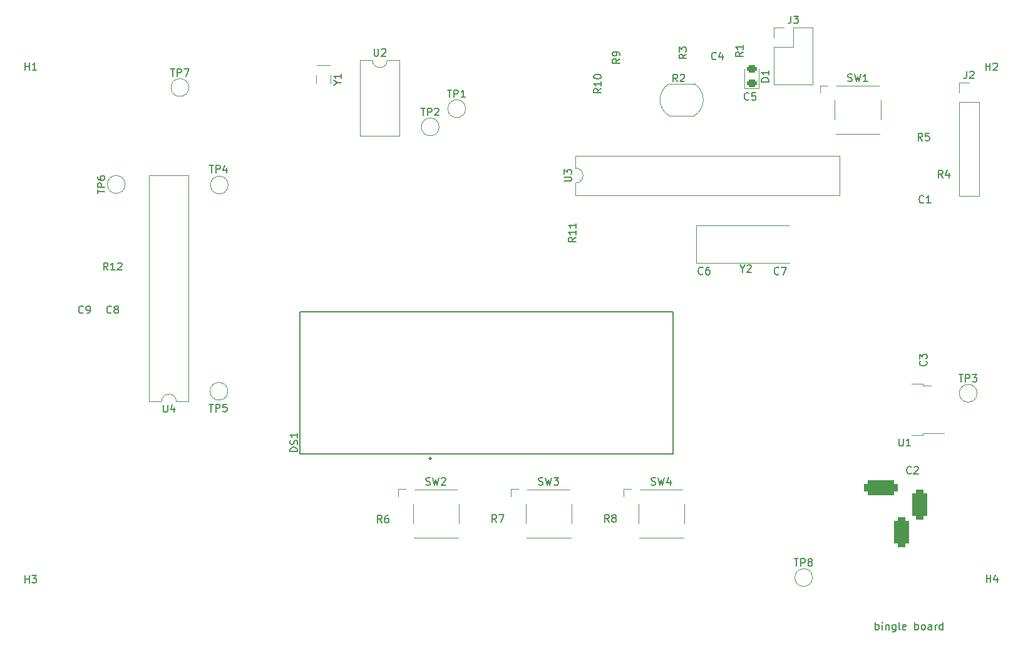
<source format=gbr>
%TF.GenerationSoftware,KiCad,Pcbnew,(6.0.5-0)*%
%TF.CreationDate,2022-07-24T16:22:49-05:00*%
%TF.ProjectId,hps_clock,6870735f-636c-46f6-936b-2e6b69636164,rev?*%
%TF.SameCoordinates,PX4c5bb48PY8abc9a0*%
%TF.FileFunction,Legend,Top*%
%TF.FilePolarity,Positive*%
%FSLAX46Y46*%
G04 Gerber Fmt 4.6, Leading zero omitted, Abs format (unit mm)*
G04 Created by KiCad (PCBNEW (6.0.5-0)) date 2022-07-24 16:22:49*
%MOMM*%
%LPD*%
G01*
G04 APERTURE LIST*
G04 Aperture macros list*
%AMRoundRect*
0 Rectangle with rounded corners*
0 $1 Rounding radius*
0 $2 $3 $4 $5 $6 $7 $8 $9 X,Y pos of 4 corners*
0 Add a 4 corners polygon primitive as box body*
4,1,4,$2,$3,$4,$5,$6,$7,$8,$9,$2,$3,0*
0 Add four circle primitives for the rounded corners*
1,1,$1+$1,$2,$3*
1,1,$1+$1,$4,$5*
1,1,$1+$1,$6,$7*
1,1,$1+$1,$8,$9*
0 Add four rect primitives between the rounded corners*
20,1,$1+$1,$2,$3,$4,$5,0*
20,1,$1+$1,$4,$5,$6,$7,0*
20,1,$1+$1,$6,$7,$8,$9,0*
20,1,$1+$1,$8,$9,$2,$3,0*%
G04 Aperture macros list end*
%ADD10C,0.150000*%
%ADD11C,0.120000*%
%ADD12C,0.250000*%
%ADD13C,3.200000*%
%ADD14R,1.400000X1.150000*%
%ADD15C,2.000000*%
%ADD16R,1.150000X1.400000*%
%ADD17R,4.500000X2.000000*%
%ADD18O,1.700000X1.700000*%
%ADD19R,1.700000X1.700000*%
%ADD20R,1.800000X1.000000*%
%ADD21R,1.600000X1.600000*%
%ADD22O,1.600000X1.600000*%
%ADD23R,1.600000X1.400000*%
%ADD24R,1.400000X1.400000*%
%ADD25C,1.400000*%
%ADD26RoundRect,0.243750X0.456250X-0.243750X0.456250X0.243750X-0.456250X0.243750X-0.456250X-0.243750X0*%
%ADD27R,2.200000X1.200000*%
%ADD28R,6.400000X5.800000*%
%ADD29C,1.600000*%
%ADD30R,3.000000X3.000000*%
%ADD31C,3.000000*%
%ADD32RoundRect,0.500000X1.750000X0.500000X-1.750000X0.500000X-1.750000X-0.500000X1.750000X-0.500000X0*%
%ADD33RoundRect,0.500000X-0.500000X1.500000X-0.500000X-1.500000X0.500000X-1.500000X0.500000X1.500000X0*%
G04 APERTURE END LIST*
D10*
X119219980Y4485420D02*
X119219980Y5485420D01*
X119219980Y5104467D02*
X119315219Y5152086D01*
X119505695Y5152086D01*
X119600933Y5104467D01*
X119648552Y5056848D01*
X119696171Y4961610D01*
X119696171Y4675896D01*
X119648552Y4580658D01*
X119600933Y4533039D01*
X119505695Y4485420D01*
X119315219Y4485420D01*
X119219980Y4533039D01*
X120124742Y4485420D02*
X120124742Y5152086D01*
X120124742Y5485420D02*
X120077123Y5437800D01*
X120124742Y5390181D01*
X120172361Y5437800D01*
X120124742Y5485420D01*
X120124742Y5390181D01*
X120600933Y5152086D02*
X120600933Y4485420D01*
X120600933Y5056848D02*
X120648552Y5104467D01*
X120743790Y5152086D01*
X120886647Y5152086D01*
X120981885Y5104467D01*
X121029504Y5009229D01*
X121029504Y4485420D01*
X121934266Y5152086D02*
X121934266Y4342562D01*
X121886647Y4247324D01*
X121839028Y4199705D01*
X121743790Y4152086D01*
X121600933Y4152086D01*
X121505695Y4199705D01*
X121934266Y4533039D02*
X121839028Y4485420D01*
X121648552Y4485420D01*
X121553314Y4533039D01*
X121505695Y4580658D01*
X121458076Y4675896D01*
X121458076Y4961610D01*
X121505695Y5056848D01*
X121553314Y5104467D01*
X121648552Y5152086D01*
X121839028Y5152086D01*
X121934266Y5104467D01*
X122553314Y4485420D02*
X122458076Y4533039D01*
X122410457Y4628277D01*
X122410457Y5485420D01*
X123315219Y4533039D02*
X123219980Y4485420D01*
X123029504Y4485420D01*
X122934266Y4533039D01*
X122886647Y4628277D01*
X122886647Y5009229D01*
X122934266Y5104467D01*
X123029504Y5152086D01*
X123219980Y5152086D01*
X123315219Y5104467D01*
X123362838Y5009229D01*
X123362838Y4913991D01*
X122886647Y4818753D01*
X124553314Y4485420D02*
X124553314Y5485420D01*
X124553314Y5104467D02*
X124648552Y5152086D01*
X124839028Y5152086D01*
X124934266Y5104467D01*
X124981885Y5056848D01*
X125029504Y4961610D01*
X125029504Y4675896D01*
X124981885Y4580658D01*
X124934266Y4533039D01*
X124839028Y4485420D01*
X124648552Y4485420D01*
X124553314Y4533039D01*
X125600933Y4485420D02*
X125505695Y4533039D01*
X125458076Y4580658D01*
X125410457Y4675896D01*
X125410457Y4961610D01*
X125458076Y5056848D01*
X125505695Y5104467D01*
X125600933Y5152086D01*
X125743790Y5152086D01*
X125839028Y5104467D01*
X125886647Y5056848D01*
X125934266Y4961610D01*
X125934266Y4675896D01*
X125886647Y4580658D01*
X125839028Y4533039D01*
X125743790Y4485420D01*
X125600933Y4485420D01*
X126791409Y4485420D02*
X126791409Y5009229D01*
X126743790Y5104467D01*
X126648552Y5152086D01*
X126458076Y5152086D01*
X126362838Y5104467D01*
X126791409Y4533039D02*
X126696171Y4485420D01*
X126458076Y4485420D01*
X126362838Y4533039D01*
X126315219Y4628277D01*
X126315219Y4723515D01*
X126362838Y4818753D01*
X126458076Y4866372D01*
X126696171Y4866372D01*
X126791409Y4913991D01*
X127267600Y4485420D02*
X127267600Y5152086D01*
X127267600Y4961610D02*
X127315219Y5056848D01*
X127362838Y5104467D01*
X127458076Y5152086D01*
X127553314Y5152086D01*
X128315219Y4485420D02*
X128315219Y5485420D01*
X128315219Y4533039D02*
X128219980Y4485420D01*
X128029504Y4485420D01*
X127934266Y4533039D01*
X127886647Y4580658D01*
X127839028Y4675896D01*
X127839028Y4961610D01*
X127886647Y5056848D01*
X127934266Y5104467D01*
X128029504Y5152086D01*
X128219980Y5152086D01*
X128315219Y5104467D01*
%TO.C,H4*%
X134207095Y10886220D02*
X134207095Y11886220D01*
X134207095Y11410029D02*
X134778523Y11410029D01*
X134778523Y10886220D02*
X134778523Y11886220D01*
X135683285Y11552886D02*
X135683285Y10886220D01*
X135445190Y11933839D02*
X135207095Y11219553D01*
X135826142Y11219553D01*
%TO.C,C5*%
X102087133Y76183258D02*
X102039514Y76135639D01*
X101896657Y76088020D01*
X101801419Y76088020D01*
X101658561Y76135639D01*
X101563323Y76230877D01*
X101515704Y76326115D01*
X101468085Y76516591D01*
X101468085Y76659448D01*
X101515704Y76849924D01*
X101563323Y76945162D01*
X101658561Y77040400D01*
X101801419Y77088020D01*
X101896657Y77088020D01*
X102039514Y77040400D01*
X102087133Y76992781D01*
X102991895Y77088020D02*
X102515704Y77088020D01*
X102468085Y76611829D01*
X102515704Y76659448D01*
X102610942Y76707067D01*
X102849038Y76707067D01*
X102944276Y76659448D01*
X102991895Y76611829D01*
X103039514Y76516591D01*
X103039514Y76278496D01*
X102991895Y76183258D01*
X102944276Y76135639D01*
X102849038Y76088020D01*
X102610942Y76088020D01*
X102515704Y76135639D01*
X102468085Y76183258D01*
%TO.C,TP4*%
X29109895Y67258220D02*
X29681323Y67258220D01*
X29395609Y66258220D02*
X29395609Y67258220D01*
X30014657Y66258220D02*
X30014657Y67258220D01*
X30395609Y67258220D01*
X30490847Y67210600D01*
X30538466Y67162981D01*
X30586085Y67067743D01*
X30586085Y66924886D01*
X30538466Y66829648D01*
X30490847Y66782029D01*
X30395609Y66734410D01*
X30014657Y66734410D01*
X31443228Y66924886D02*
X31443228Y66258220D01*
X31205133Y67305839D02*
X30967038Y66591553D01*
X31586085Y66591553D01*
%TO.C,R6*%
X52455533Y18937020D02*
X52122200Y19413210D01*
X51884104Y18937020D02*
X51884104Y19937020D01*
X52265057Y19937020D01*
X52360295Y19889400D01*
X52407914Y19841781D01*
X52455533Y19746543D01*
X52455533Y19603686D01*
X52407914Y19508448D01*
X52360295Y19460829D01*
X52265057Y19413210D01*
X51884104Y19413210D01*
X53312676Y19937020D02*
X53122200Y19937020D01*
X53026961Y19889400D01*
X52979342Y19841781D01*
X52884104Y19698924D01*
X52836485Y19508448D01*
X52836485Y19127496D01*
X52884104Y19032258D01*
X52931723Y18984639D01*
X53026961Y18937020D01*
X53217438Y18937020D01*
X53312676Y18984639D01*
X53360295Y19032258D01*
X53407914Y19127496D01*
X53407914Y19365591D01*
X53360295Y19460829D01*
X53312676Y19508448D01*
X53217438Y19556067D01*
X53026961Y19556067D01*
X52931723Y19508448D01*
X52884104Y19460829D01*
X52836485Y19365591D01*
%TO.C,R9*%
X84620380Y81670534D02*
X84144190Y81337200D01*
X84620380Y81099105D02*
X83620380Y81099105D01*
X83620380Y81480058D01*
X83668000Y81575296D01*
X83715619Y81622915D01*
X83810857Y81670534D01*
X83953714Y81670534D01*
X84048952Y81622915D01*
X84096571Y81575296D01*
X84144190Y81480058D01*
X84144190Y81099105D01*
X84620380Y82146724D02*
X84620380Y82337200D01*
X84572761Y82432439D01*
X84525142Y82480058D01*
X84382285Y82575296D01*
X84191809Y82622915D01*
X83810857Y82622915D01*
X83715619Y82575296D01*
X83668000Y82527677D01*
X83620380Y82432439D01*
X83620380Y82241962D01*
X83668000Y82146724D01*
X83715619Y82099105D01*
X83810857Y82051486D01*
X84048952Y82051486D01*
X84144190Y82099105D01*
X84191809Y82146724D01*
X84239428Y82241962D01*
X84239428Y82432439D01*
X84191809Y82527677D01*
X84144190Y82575296D01*
X84048952Y82622915D01*
%TO.C,C8*%
X15879533Y47355258D02*
X15831914Y47307639D01*
X15689057Y47260020D01*
X15593819Y47260020D01*
X15450961Y47307639D01*
X15355723Y47402877D01*
X15308104Y47498115D01*
X15260485Y47688591D01*
X15260485Y47831448D01*
X15308104Y48021924D01*
X15355723Y48117162D01*
X15450961Y48212400D01*
X15593819Y48260020D01*
X15689057Y48260020D01*
X15831914Y48212400D01*
X15879533Y48164781D01*
X16450961Y47831448D02*
X16355723Y47879067D01*
X16308104Y47926686D01*
X16260485Y48021924D01*
X16260485Y48069543D01*
X16308104Y48164781D01*
X16355723Y48212400D01*
X16450961Y48260020D01*
X16641438Y48260020D01*
X16736676Y48212400D01*
X16784295Y48164781D01*
X16831914Y48069543D01*
X16831914Y48021924D01*
X16784295Y47926686D01*
X16736676Y47879067D01*
X16641438Y47831448D01*
X16450961Y47831448D01*
X16355723Y47783829D01*
X16308104Y47736210D01*
X16260485Y47640972D01*
X16260485Y47450496D01*
X16308104Y47355258D01*
X16355723Y47307639D01*
X16450961Y47260020D01*
X16641438Y47260020D01*
X16736676Y47307639D01*
X16784295Y47355258D01*
X16831914Y47450496D01*
X16831914Y47640972D01*
X16784295Y47736210D01*
X16736676Y47783829D01*
X16641438Y47831448D01*
%TO.C,TP3*%
X130481295Y38979420D02*
X131052723Y38979420D01*
X130767009Y37979420D02*
X130767009Y38979420D01*
X131386057Y37979420D02*
X131386057Y38979420D01*
X131767009Y38979420D01*
X131862247Y38931800D01*
X131909866Y38884181D01*
X131957485Y38788943D01*
X131957485Y38646086D01*
X131909866Y38550848D01*
X131862247Y38503229D01*
X131767009Y38455610D01*
X131386057Y38455610D01*
X132290819Y38979420D02*
X132909866Y38979420D01*
X132576533Y38598467D01*
X132719390Y38598467D01*
X132814628Y38550848D01*
X132862247Y38503229D01*
X132909866Y38407991D01*
X132909866Y38169896D01*
X132862247Y38074658D01*
X132814628Y38027039D01*
X132719390Y37979420D01*
X132433676Y37979420D01*
X132338438Y38027039D01*
X132290819Y38074658D01*
%TO.C,C2*%
X124049933Y25638258D02*
X124002314Y25590639D01*
X123859457Y25543020D01*
X123764219Y25543020D01*
X123621361Y25590639D01*
X123526123Y25685877D01*
X123478504Y25781115D01*
X123430885Y25971591D01*
X123430885Y26114448D01*
X123478504Y26304924D01*
X123526123Y26400162D01*
X123621361Y26495400D01*
X123764219Y26543020D01*
X123859457Y26543020D01*
X124002314Y26495400D01*
X124049933Y26447781D01*
X124430885Y26447781D02*
X124478504Y26495400D01*
X124573742Y26543020D01*
X124811838Y26543020D01*
X124907076Y26495400D01*
X124954695Y26447781D01*
X125002314Y26352543D01*
X125002314Y26257305D01*
X124954695Y26114448D01*
X124383266Y25543020D01*
X125002314Y25543020D01*
%TO.C,R7*%
X67974933Y18987820D02*
X67641600Y19464010D01*
X67403504Y18987820D02*
X67403504Y19987820D01*
X67784457Y19987820D01*
X67879695Y19940200D01*
X67927314Y19892581D01*
X67974933Y19797343D01*
X67974933Y19654486D01*
X67927314Y19559248D01*
X67879695Y19511629D01*
X67784457Y19464010D01*
X67403504Y19464010D01*
X68308266Y19987820D02*
X68974933Y19987820D01*
X68546361Y18987820D01*
%TO.C,Y2*%
X101218809Y53272410D02*
X101218809Y52796220D01*
X100885476Y53796220D02*
X101218809Y53272410D01*
X101552142Y53796220D01*
X101837857Y53700981D02*
X101885476Y53748600D01*
X101980714Y53796220D01*
X102218809Y53796220D01*
X102314047Y53748600D01*
X102361666Y53700981D01*
X102409285Y53605743D01*
X102409285Y53510505D01*
X102361666Y53367648D01*
X101790238Y52796220D01*
X102409285Y52796220D01*
%TO.C,J2*%
X131536866Y80002220D02*
X131536866Y79287934D01*
X131489247Y79145077D01*
X131394009Y79049839D01*
X131251152Y79002220D01*
X131155914Y79002220D01*
X131965438Y79906981D02*
X132013057Y79954600D01*
X132108295Y80002220D01*
X132346390Y80002220D01*
X132441628Y79954600D01*
X132489247Y79906981D01*
X132536866Y79811743D01*
X132536866Y79716505D01*
X132489247Y79573648D01*
X131917819Y79002220D01*
X132536866Y79002220D01*
%TO.C,Y1*%
X46471190Y78426410D02*
X46947380Y78426410D01*
X45947380Y78093077D02*
X46471190Y78426410D01*
X45947380Y78759743D01*
X46947380Y79616886D02*
X46947380Y79045458D01*
X46947380Y79331172D02*
X45947380Y79331172D01*
X46090238Y79235934D01*
X46185476Y79140696D01*
X46233095Y79045458D01*
%TO.C,R10*%
X82105780Y77650143D02*
X81629590Y77316810D01*
X82105780Y77078715D02*
X81105780Y77078715D01*
X81105780Y77459667D01*
X81153400Y77554905D01*
X81201019Y77602524D01*
X81296257Y77650143D01*
X81439114Y77650143D01*
X81534352Y77602524D01*
X81581971Y77554905D01*
X81629590Y77459667D01*
X81629590Y77078715D01*
X82105780Y78602524D02*
X82105780Y78031096D01*
X82105780Y78316810D02*
X81105780Y78316810D01*
X81248638Y78221572D01*
X81343876Y78126334D01*
X81391495Y78031096D01*
X81105780Y79221572D02*
X81105780Y79316810D01*
X81153400Y79412048D01*
X81201019Y79459667D01*
X81296257Y79507286D01*
X81486733Y79554905D01*
X81724828Y79554905D01*
X81915304Y79507286D01*
X82010542Y79459667D01*
X82058161Y79412048D01*
X82105780Y79316810D01*
X82105780Y79221572D01*
X82058161Y79126334D01*
X82010542Y79078715D01*
X81915304Y79031096D01*
X81724828Y78983477D01*
X81486733Y78983477D01*
X81296257Y79031096D01*
X81201019Y79078715D01*
X81153400Y79126334D01*
X81105780Y79221572D01*
%TO.C,R4*%
X128299933Y65597820D02*
X127966600Y66074010D01*
X127728504Y65597820D02*
X127728504Y66597820D01*
X128109457Y66597820D01*
X128204695Y66550200D01*
X128252314Y66502581D01*
X128299933Y66407343D01*
X128299933Y66264486D01*
X128252314Y66169248D01*
X128204695Y66121629D01*
X128109457Y66074010D01*
X127728504Y66074010D01*
X129157076Y66264486D02*
X129157076Y65597820D01*
X128918980Y66645439D02*
X128680885Y65931153D01*
X129299933Y65931153D01*
%TO.C,R8*%
X83189533Y19013220D02*
X82856200Y19489410D01*
X82618104Y19013220D02*
X82618104Y20013220D01*
X82999057Y20013220D01*
X83094295Y19965600D01*
X83141914Y19917981D01*
X83189533Y19822743D01*
X83189533Y19679886D01*
X83141914Y19584648D01*
X83094295Y19537029D01*
X82999057Y19489410D01*
X82618104Y19489410D01*
X83760961Y19584648D02*
X83665723Y19632267D01*
X83618104Y19679886D01*
X83570485Y19775124D01*
X83570485Y19822743D01*
X83618104Y19917981D01*
X83665723Y19965600D01*
X83760961Y20013220D01*
X83951438Y20013220D01*
X84046676Y19965600D01*
X84094295Y19917981D01*
X84141914Y19822743D01*
X84141914Y19775124D01*
X84094295Y19679886D01*
X84046676Y19632267D01*
X83951438Y19584648D01*
X83760961Y19584648D01*
X83665723Y19537029D01*
X83618104Y19489410D01*
X83570485Y19394172D01*
X83570485Y19203696D01*
X83618104Y19108458D01*
X83665723Y19060839D01*
X83760961Y19013220D01*
X83951438Y19013220D01*
X84046676Y19060839D01*
X84094295Y19108458D01*
X84141914Y19203696D01*
X84141914Y19394172D01*
X84094295Y19489410D01*
X84046676Y19537029D01*
X83951438Y19584648D01*
%TO.C,R5*%
X125556733Y70600620D02*
X125223400Y71076810D01*
X124985304Y70600620D02*
X124985304Y71600620D01*
X125366257Y71600620D01*
X125461495Y71553000D01*
X125509114Y71505381D01*
X125556733Y71410143D01*
X125556733Y71267286D01*
X125509114Y71172048D01*
X125461495Y71124429D01*
X125366257Y71076810D01*
X124985304Y71076810D01*
X126461495Y71600620D02*
X125985304Y71600620D01*
X125937685Y71124429D01*
X125985304Y71172048D01*
X126080542Y71219667D01*
X126318638Y71219667D01*
X126413876Y71172048D01*
X126461495Y71124429D01*
X126509114Y71029191D01*
X126509114Y70791096D01*
X126461495Y70695858D01*
X126413876Y70648239D01*
X126318638Y70600620D01*
X126080542Y70600620D01*
X125985304Y70648239D01*
X125937685Y70695858D01*
%TO.C,U2*%
X51413095Y83040220D02*
X51413095Y82230696D01*
X51460714Y82135458D01*
X51508333Y82087839D01*
X51603571Y82040220D01*
X51794047Y82040220D01*
X51889285Y82087839D01*
X51936904Y82135458D01*
X51984523Y82230696D01*
X51984523Y83040220D01*
X52413095Y82944981D02*
X52460714Y82992600D01*
X52555952Y83040220D01*
X52794047Y83040220D01*
X52889285Y82992600D01*
X52936904Y82944981D01*
X52984523Y82849743D01*
X52984523Y82754505D01*
X52936904Y82611648D01*
X52365476Y82040220D01*
X52984523Y82040220D01*
%TO.C,J3*%
X107757466Y87454820D02*
X107757466Y86740534D01*
X107709847Y86597677D01*
X107614609Y86502439D01*
X107471752Y86454820D01*
X107376514Y86454820D01*
X108138419Y87454820D02*
X108757466Y87454820D01*
X108424133Y87073867D01*
X108566990Y87073867D01*
X108662228Y87026248D01*
X108709847Y86978629D01*
X108757466Y86883391D01*
X108757466Y86645296D01*
X108709847Y86550058D01*
X108662228Y86502439D01*
X108566990Y86454820D01*
X108281276Y86454820D01*
X108186038Y86502439D01*
X108138419Y86550058D01*
%TO.C,TP5*%
X29084495Y34949420D02*
X29655923Y34949420D01*
X29370209Y33949420D02*
X29370209Y34949420D01*
X29989257Y33949420D02*
X29989257Y34949420D01*
X30370209Y34949420D01*
X30465447Y34901800D01*
X30513066Y34854181D01*
X30560685Y34758943D01*
X30560685Y34616086D01*
X30513066Y34520848D01*
X30465447Y34473229D01*
X30370209Y34425610D01*
X29989257Y34425610D01*
X31465447Y34949420D02*
X30989257Y34949420D01*
X30941638Y34473229D01*
X30989257Y34520848D01*
X31084495Y34568467D01*
X31322590Y34568467D01*
X31417828Y34520848D01*
X31465447Y34473229D01*
X31513066Y34377991D01*
X31513066Y34139896D01*
X31465447Y34044658D01*
X31417828Y33997039D01*
X31322590Y33949420D01*
X31084495Y33949420D01*
X30989257Y33997039D01*
X30941638Y34044658D01*
%TO.C,H2*%
X134130895Y80101220D02*
X134130895Y81101220D01*
X134130895Y80625029D02*
X134702323Y80625029D01*
X134702323Y80101220D02*
X134702323Y81101220D01*
X135130895Y81005981D02*
X135178514Y81053600D01*
X135273752Y81101220D01*
X135511847Y81101220D01*
X135607085Y81053600D01*
X135654704Y81005981D01*
X135702323Y80910743D01*
X135702323Y80815505D01*
X135654704Y80672648D01*
X135083276Y80101220D01*
X135702323Y80101220D01*
%TO.C,SW3*%
X73666266Y24073039D02*
X73809123Y24025420D01*
X74047219Y24025420D01*
X74142457Y24073039D01*
X74190076Y24120658D01*
X74237695Y24215896D01*
X74237695Y24311134D01*
X74190076Y24406372D01*
X74142457Y24453991D01*
X74047219Y24501610D01*
X73856742Y24549229D01*
X73761504Y24596848D01*
X73713885Y24644467D01*
X73666266Y24739705D01*
X73666266Y24834943D01*
X73713885Y24930181D01*
X73761504Y24977800D01*
X73856742Y25025420D01*
X74094838Y25025420D01*
X74237695Y24977800D01*
X74571028Y25025420D02*
X74809123Y24025420D01*
X74999600Y24739705D01*
X75190076Y24025420D01*
X75428171Y25025420D01*
X75713885Y25025420D02*
X76332933Y25025420D01*
X75999600Y24644467D01*
X76142457Y24644467D01*
X76237695Y24596848D01*
X76285314Y24549229D01*
X76332933Y24453991D01*
X76332933Y24215896D01*
X76285314Y24120658D01*
X76237695Y24073039D01*
X76142457Y24025420D01*
X75856742Y24025420D01*
X75761504Y24073039D01*
X75713885Y24120658D01*
%TO.C,H3*%
X4184495Y10810020D02*
X4184495Y11810020D01*
X4184495Y11333829D02*
X4755923Y11333829D01*
X4755923Y10810020D02*
X4755923Y11810020D01*
X5136876Y11810020D02*
X5755923Y11810020D01*
X5422590Y11429067D01*
X5565447Y11429067D01*
X5660685Y11381448D01*
X5708304Y11333829D01*
X5755923Y11238591D01*
X5755923Y11000496D01*
X5708304Y10905258D01*
X5660685Y10857639D01*
X5565447Y10810020D01*
X5279733Y10810020D01*
X5184495Y10857639D01*
X5136876Y10905258D01*
%TO.C,TP1*%
X61318495Y77466420D02*
X61889923Y77466420D01*
X61604209Y76466420D02*
X61604209Y77466420D01*
X62223257Y76466420D02*
X62223257Y77466420D01*
X62604209Y77466420D01*
X62699447Y77418800D01*
X62747066Y77371181D01*
X62794685Y77275943D01*
X62794685Y77133086D01*
X62747066Y77037848D01*
X62699447Y76990229D01*
X62604209Y76942610D01*
X62223257Y76942610D01*
X63747066Y76466420D02*
X63175638Y76466420D01*
X63461352Y76466420D02*
X63461352Y77466420D01*
X63366114Y77323562D01*
X63270876Y77228324D01*
X63175638Y77180705D01*
%TO.C,SW2*%
X58426266Y24073039D02*
X58569123Y24025420D01*
X58807219Y24025420D01*
X58902457Y24073039D01*
X58950076Y24120658D01*
X58997695Y24215896D01*
X58997695Y24311134D01*
X58950076Y24406372D01*
X58902457Y24453991D01*
X58807219Y24501610D01*
X58616742Y24549229D01*
X58521504Y24596848D01*
X58473885Y24644467D01*
X58426266Y24739705D01*
X58426266Y24834943D01*
X58473885Y24930181D01*
X58521504Y24977800D01*
X58616742Y25025420D01*
X58854838Y25025420D01*
X58997695Y24977800D01*
X59331028Y25025420D02*
X59569123Y24025420D01*
X59759600Y24739705D01*
X59950076Y24025420D01*
X60188171Y25025420D01*
X60521504Y24930181D02*
X60569123Y24977800D01*
X60664361Y25025420D01*
X60902457Y25025420D01*
X60997695Y24977800D01*
X61045314Y24930181D01*
X61092933Y24834943D01*
X61092933Y24739705D01*
X61045314Y24596848D01*
X60473885Y24025420D01*
X61092933Y24025420D01*
%TO.C,DS1*%
X41044980Y28560796D02*
X40044980Y28560796D01*
X40044980Y28798891D01*
X40092600Y28941748D01*
X40187838Y29036986D01*
X40283076Y29084605D01*
X40473552Y29132224D01*
X40616409Y29132224D01*
X40806885Y29084605D01*
X40902123Y29036986D01*
X40997361Y28941748D01*
X41044980Y28798891D01*
X41044980Y28560796D01*
X40997361Y29513177D02*
X41044980Y29656034D01*
X41044980Y29894129D01*
X40997361Y29989367D01*
X40949742Y30036986D01*
X40854504Y30084605D01*
X40759266Y30084605D01*
X40664028Y30036986D01*
X40616409Y29989367D01*
X40568790Y29894129D01*
X40521171Y29703653D01*
X40473552Y29608415D01*
X40425933Y29560796D01*
X40330695Y29513177D01*
X40235457Y29513177D01*
X40140219Y29560796D01*
X40092600Y29608415D01*
X40044980Y29703653D01*
X40044980Y29941748D01*
X40092600Y30084605D01*
X41044980Y31036986D02*
X41044980Y30465558D01*
X41044980Y30751272D02*
X40044980Y30751272D01*
X40187838Y30656034D01*
X40283076Y30560796D01*
X40330695Y30465558D01*
%TO.C,R12*%
X15403342Y53100020D02*
X15070009Y53576210D01*
X14831914Y53100020D02*
X14831914Y54100020D01*
X15212866Y54100020D01*
X15308104Y54052400D01*
X15355723Y54004781D01*
X15403342Y53909543D01*
X15403342Y53766686D01*
X15355723Y53671448D01*
X15308104Y53623829D01*
X15212866Y53576210D01*
X14831914Y53576210D01*
X16355723Y53100020D02*
X15784295Y53100020D01*
X16070009Y53100020D02*
X16070009Y54100020D01*
X15974771Y53957162D01*
X15879533Y53861924D01*
X15784295Y53814305D01*
X16736676Y54004781D02*
X16784295Y54052400D01*
X16879533Y54100020D01*
X17117628Y54100020D01*
X17212866Y54052400D01*
X17260485Y54004781D01*
X17308104Y53909543D01*
X17308104Y53814305D01*
X17260485Y53671448D01*
X16689057Y53100020D01*
X17308104Y53100020D01*
%TO.C,C6*%
X95864133Y52586658D02*
X95816514Y52539039D01*
X95673657Y52491420D01*
X95578419Y52491420D01*
X95435561Y52539039D01*
X95340323Y52634277D01*
X95292704Y52729515D01*
X95245085Y52919991D01*
X95245085Y53062848D01*
X95292704Y53253324D01*
X95340323Y53348562D01*
X95435561Y53443800D01*
X95578419Y53491420D01*
X95673657Y53491420D01*
X95816514Y53443800D01*
X95864133Y53396181D01*
X96721276Y53491420D02*
X96530800Y53491420D01*
X96435561Y53443800D01*
X96387942Y53396181D01*
X96292704Y53253324D01*
X96245085Y53062848D01*
X96245085Y52681896D01*
X96292704Y52586658D01*
X96340323Y52539039D01*
X96435561Y52491420D01*
X96626038Y52491420D01*
X96721276Y52539039D01*
X96768895Y52586658D01*
X96816514Y52681896D01*
X96816514Y52919991D01*
X96768895Y53015229D01*
X96721276Y53062848D01*
X96626038Y53110467D01*
X96435561Y53110467D01*
X96340323Y53062848D01*
X96292704Y53015229D01*
X96245085Y52919991D01*
%TO.C,C4*%
X97667533Y81644258D02*
X97619914Y81596639D01*
X97477057Y81549020D01*
X97381819Y81549020D01*
X97238961Y81596639D01*
X97143723Y81691877D01*
X97096104Y81787115D01*
X97048485Y81977591D01*
X97048485Y82120448D01*
X97096104Y82310924D01*
X97143723Y82406162D01*
X97238961Y82501400D01*
X97381819Y82549020D01*
X97477057Y82549020D01*
X97619914Y82501400D01*
X97667533Y82453781D01*
X98524676Y82215686D02*
X98524676Y81549020D01*
X98286580Y82596639D02*
X98048485Y81882353D01*
X98667533Y81882353D01*
%TO.C,R3*%
X93639380Y82291934D02*
X93163190Y81958600D01*
X93639380Y81720505D02*
X92639380Y81720505D01*
X92639380Y82101458D01*
X92687000Y82196696D01*
X92734619Y82244315D01*
X92829857Y82291934D01*
X92972714Y82291934D01*
X93067952Y82244315D01*
X93115571Y82196696D01*
X93163190Y82101458D01*
X93163190Y81720505D01*
X92639380Y82625267D02*
X92639380Y83244315D01*
X93020333Y82910981D01*
X93020333Y83053839D01*
X93067952Y83149077D01*
X93115571Y83196696D01*
X93210809Y83244315D01*
X93448904Y83244315D01*
X93544142Y83196696D01*
X93591761Y83149077D01*
X93639380Y83053839D01*
X93639380Y82768124D01*
X93591761Y82672886D01*
X93544142Y82625267D01*
%TO.C,U3*%
X77110380Y65120496D02*
X77919904Y65120496D01*
X78015142Y65168115D01*
X78062761Y65215734D01*
X78110380Y65310972D01*
X78110380Y65501448D01*
X78062761Y65596686D01*
X78015142Y65644305D01*
X77919904Y65691924D01*
X77110380Y65691924D01*
X77110380Y66072877D02*
X77110380Y66691924D01*
X77491333Y66358591D01*
X77491333Y66501448D01*
X77538952Y66596686D01*
X77586571Y66644305D01*
X77681809Y66691924D01*
X77919904Y66691924D01*
X78015142Y66644305D01*
X78062761Y66596686D01*
X78110380Y66501448D01*
X78110380Y66215734D01*
X78062761Y66120496D01*
X78015142Y66072877D01*
%TO.C,H1*%
X4184495Y80152020D02*
X4184495Y81152020D01*
X4184495Y80675829D02*
X4755923Y80675829D01*
X4755923Y80152020D02*
X4755923Y81152020D01*
X5755923Y80152020D02*
X5184495Y80152020D01*
X5470209Y80152020D02*
X5470209Y81152020D01*
X5374971Y81009162D01*
X5279733Y80913924D01*
X5184495Y80866305D01*
%TO.C,C9*%
X12069533Y47355258D02*
X12021914Y47307639D01*
X11879057Y47260020D01*
X11783819Y47260020D01*
X11640961Y47307639D01*
X11545723Y47402877D01*
X11498104Y47498115D01*
X11450485Y47688591D01*
X11450485Y47831448D01*
X11498104Y48021924D01*
X11545723Y48117162D01*
X11640961Y48212400D01*
X11783819Y48260020D01*
X11879057Y48260020D01*
X12021914Y48212400D01*
X12069533Y48164781D01*
X12545723Y47260020D02*
X12736200Y47260020D01*
X12831438Y47307639D01*
X12879057Y47355258D01*
X12974295Y47498115D01*
X13021914Y47688591D01*
X13021914Y48069543D01*
X12974295Y48164781D01*
X12926676Y48212400D01*
X12831438Y48260020D01*
X12640961Y48260020D01*
X12545723Y48212400D01*
X12498104Y48164781D01*
X12450485Y48069543D01*
X12450485Y47831448D01*
X12498104Y47736210D01*
X12545723Y47688591D01*
X12640961Y47640972D01*
X12831438Y47640972D01*
X12926676Y47688591D01*
X12974295Y47736210D01*
X13021914Y47831448D01*
%TO.C,D1*%
X104788980Y78559105D02*
X103788980Y78559105D01*
X103788980Y78797200D01*
X103836600Y78940058D01*
X103931838Y79035296D01*
X104027076Y79082915D01*
X104217552Y79130534D01*
X104360409Y79130534D01*
X104550885Y79082915D01*
X104646123Y79035296D01*
X104741361Y78940058D01*
X104788980Y78797200D01*
X104788980Y78559105D01*
X104788980Y80082915D02*
X104788980Y79511486D01*
X104788980Y79797200D02*
X103788980Y79797200D01*
X103931838Y79701962D01*
X104027076Y79606724D01*
X104074695Y79511486D01*
%TO.C,SW4*%
X88906266Y24073039D02*
X89049123Y24025420D01*
X89287219Y24025420D01*
X89382457Y24073039D01*
X89430076Y24120658D01*
X89477695Y24215896D01*
X89477695Y24311134D01*
X89430076Y24406372D01*
X89382457Y24453991D01*
X89287219Y24501610D01*
X89096742Y24549229D01*
X89001504Y24596848D01*
X88953885Y24644467D01*
X88906266Y24739705D01*
X88906266Y24834943D01*
X88953885Y24930181D01*
X89001504Y24977800D01*
X89096742Y25025420D01*
X89334838Y25025420D01*
X89477695Y24977800D01*
X89811028Y25025420D02*
X90049123Y24025420D01*
X90239600Y24739705D01*
X90430076Y24025420D01*
X90668171Y25025420D01*
X91477695Y24692086D02*
X91477695Y24025420D01*
X91239600Y25073039D02*
X91001504Y24358753D01*
X91620552Y24358753D01*
%TO.C,C1*%
X125734533Y62264058D02*
X125686914Y62216439D01*
X125544057Y62168820D01*
X125448819Y62168820D01*
X125305961Y62216439D01*
X125210723Y62311677D01*
X125163104Y62406915D01*
X125115485Y62597391D01*
X125115485Y62740248D01*
X125163104Y62930724D01*
X125210723Y63025962D01*
X125305961Y63121200D01*
X125448819Y63168820D01*
X125544057Y63168820D01*
X125686914Y63121200D01*
X125734533Y63073581D01*
X126686914Y62168820D02*
X126115485Y62168820D01*
X126401200Y62168820D02*
X126401200Y63168820D01*
X126305961Y63025962D01*
X126210723Y62930724D01*
X126115485Y62883105D01*
%TO.C,U1*%
X122387895Y30297020D02*
X122387895Y29487496D01*
X122435514Y29392258D01*
X122483133Y29344639D01*
X122578371Y29297020D01*
X122768847Y29297020D01*
X122864085Y29344639D01*
X122911704Y29392258D01*
X122959323Y29487496D01*
X122959323Y30297020D01*
X123959323Y29297020D02*
X123387895Y29297020D01*
X123673609Y29297020D02*
X123673609Y30297020D01*
X123578371Y30154162D01*
X123483133Y30058924D01*
X123387895Y30011305D01*
%TO.C,R1*%
X101284780Y82571334D02*
X100808590Y82238000D01*
X101284780Y81999905D02*
X100284780Y81999905D01*
X100284780Y82380858D01*
X100332400Y82476096D01*
X100380019Y82523715D01*
X100475257Y82571334D01*
X100618114Y82571334D01*
X100713352Y82523715D01*
X100760971Y82476096D01*
X100808590Y82380858D01*
X100808590Y81999905D01*
X101284780Y83523715D02*
X101284780Y82952286D01*
X101284780Y83238000D02*
X100284780Y83238000D01*
X100427638Y83142762D01*
X100522876Y83047524D01*
X100570495Y82952286D01*
%TO.C,R2*%
X92436533Y78581620D02*
X92103200Y79057810D01*
X91865104Y78581620D02*
X91865104Y79581620D01*
X92246057Y79581620D01*
X92341295Y79534000D01*
X92388914Y79486381D01*
X92436533Y79391143D01*
X92436533Y79248286D01*
X92388914Y79153048D01*
X92341295Y79105429D01*
X92246057Y79057810D01*
X91865104Y79057810D01*
X92817485Y79486381D02*
X92865104Y79534000D01*
X92960342Y79581620D01*
X93198438Y79581620D01*
X93293676Y79534000D01*
X93341295Y79486381D01*
X93388914Y79391143D01*
X93388914Y79295905D01*
X93341295Y79153048D01*
X92769866Y78581620D01*
X93388914Y78581620D01*
%TO.C,R11*%
X78678780Y57507943D02*
X78202590Y57174610D01*
X78678780Y56936515D02*
X77678780Y56936515D01*
X77678780Y57317467D01*
X77726400Y57412705D01*
X77774019Y57460324D01*
X77869257Y57507943D01*
X78012114Y57507943D01*
X78107352Y57460324D01*
X78154971Y57412705D01*
X78202590Y57317467D01*
X78202590Y56936515D01*
X78678780Y58460324D02*
X78678780Y57888896D01*
X78678780Y58174610D02*
X77678780Y58174610D01*
X77821638Y58079372D01*
X77916876Y57984134D01*
X77964495Y57888896D01*
X78678780Y59412705D02*
X78678780Y58841277D01*
X78678780Y59126991D02*
X77678780Y59126991D01*
X77821638Y59031753D01*
X77916876Y58936515D01*
X77964495Y58841277D01*
%TO.C,U4*%
X22894295Y34875020D02*
X22894295Y34065496D01*
X22941914Y33970258D01*
X22989533Y33922639D01*
X23084771Y33875020D01*
X23275247Y33875020D01*
X23370485Y33922639D01*
X23418104Y33970258D01*
X23465723Y34065496D01*
X23465723Y34875020D01*
X24370485Y34541686D02*
X24370485Y33875020D01*
X24132390Y34922639D02*
X23894295Y34208353D01*
X24513342Y34208353D01*
%TO.C,C3*%
X126073342Y40776534D02*
X126120961Y40728915D01*
X126168580Y40586058D01*
X126168580Y40490820D01*
X126120961Y40347962D01*
X126025723Y40252724D01*
X125930485Y40205105D01*
X125740009Y40157486D01*
X125597152Y40157486D01*
X125406676Y40205105D01*
X125311438Y40252724D01*
X125216200Y40347962D01*
X125168580Y40490820D01*
X125168580Y40586058D01*
X125216200Y40728915D01*
X125263819Y40776534D01*
X125168580Y41109867D02*
X125168580Y41728915D01*
X125549533Y41395581D01*
X125549533Y41538439D01*
X125597152Y41633677D01*
X125644771Y41681296D01*
X125740009Y41728915D01*
X125978104Y41728915D01*
X126073342Y41681296D01*
X126120961Y41633677D01*
X126168580Y41538439D01*
X126168580Y41252724D01*
X126120961Y41157486D01*
X126073342Y41109867D01*
%TO.C,C7*%
X106125733Y52586658D02*
X106078114Y52539039D01*
X105935257Y52491420D01*
X105840019Y52491420D01*
X105697161Y52539039D01*
X105601923Y52634277D01*
X105554304Y52729515D01*
X105506685Y52919991D01*
X105506685Y53062848D01*
X105554304Y53253324D01*
X105601923Y53348562D01*
X105697161Y53443800D01*
X105840019Y53491420D01*
X105935257Y53491420D01*
X106078114Y53443800D01*
X106125733Y53396181D01*
X106459066Y53491420D02*
X107125733Y53491420D01*
X106697161Y52491420D01*
%TO.C,TP7*%
X23877495Y80330620D02*
X24448923Y80330620D01*
X24163209Y79330620D02*
X24163209Y80330620D01*
X24782257Y79330620D02*
X24782257Y80330620D01*
X25163209Y80330620D01*
X25258447Y80283000D01*
X25306066Y80235381D01*
X25353685Y80140143D01*
X25353685Y79997286D01*
X25306066Y79902048D01*
X25258447Y79854429D01*
X25163209Y79806810D01*
X24782257Y79806810D01*
X25687019Y80330620D02*
X26353685Y80330620D01*
X25925114Y79330620D01*
%TO.C,TP6*%
X13983780Y63416696D02*
X13983780Y63988124D01*
X14983780Y63702410D02*
X13983780Y63702410D01*
X14983780Y64321458D02*
X13983780Y64321458D01*
X13983780Y64702410D01*
X14031400Y64797648D01*
X14079019Y64845267D01*
X14174257Y64892886D01*
X14317114Y64892886D01*
X14412352Y64845267D01*
X14459971Y64797648D01*
X14507590Y64702410D01*
X14507590Y64321458D01*
X13983780Y65750029D02*
X13983780Y65559553D01*
X14031400Y65464315D01*
X14079019Y65416696D01*
X14221876Y65321458D01*
X14412352Y65273839D01*
X14793304Y65273839D01*
X14888542Y65321458D01*
X14936161Y65369077D01*
X14983780Y65464315D01*
X14983780Y65654791D01*
X14936161Y65750029D01*
X14888542Y65797648D01*
X14793304Y65845267D01*
X14555209Y65845267D01*
X14459971Y65797648D01*
X14412352Y65750029D01*
X14364733Y65654791D01*
X14364733Y65464315D01*
X14412352Y65369077D01*
X14459971Y65321458D01*
X14555209Y65273839D01*
%TO.C,SW1*%
X115474666Y78657639D02*
X115617523Y78610020D01*
X115855619Y78610020D01*
X115950857Y78657639D01*
X115998476Y78705258D01*
X116046095Y78800496D01*
X116046095Y78895734D01*
X115998476Y78990972D01*
X115950857Y79038591D01*
X115855619Y79086210D01*
X115665142Y79133829D01*
X115569904Y79181448D01*
X115522285Y79229067D01*
X115474666Y79324305D01*
X115474666Y79419543D01*
X115522285Y79514781D01*
X115569904Y79562400D01*
X115665142Y79610020D01*
X115903238Y79610020D01*
X116046095Y79562400D01*
X116379428Y79610020D02*
X116617523Y78610020D01*
X116808000Y79324305D01*
X116998476Y78610020D01*
X117236571Y79610020D01*
X118141333Y78610020D02*
X117569904Y78610020D01*
X117855619Y78610020D02*
X117855619Y79610020D01*
X117760380Y79467162D01*
X117665142Y79371924D01*
X117569904Y79324305D01*
%TO.C,TP2*%
X57737095Y75002620D02*
X58308523Y75002620D01*
X58022809Y74002620D02*
X58022809Y75002620D01*
X58641857Y74002620D02*
X58641857Y75002620D01*
X59022809Y75002620D01*
X59118047Y74955000D01*
X59165666Y74907381D01*
X59213285Y74812143D01*
X59213285Y74669286D01*
X59165666Y74574048D01*
X59118047Y74526429D01*
X59022809Y74478810D01*
X58641857Y74478810D01*
X59594238Y74907381D02*
X59641857Y74955000D01*
X59737095Y75002620D01*
X59975190Y75002620D01*
X60070428Y74955000D01*
X60118047Y74907381D01*
X60165666Y74812143D01*
X60165666Y74716905D01*
X60118047Y74574048D01*
X59546619Y74002620D01*
X60165666Y74002620D01*
%TO.C,TP8*%
X108230895Y14062020D02*
X108802323Y14062020D01*
X108516609Y13062020D02*
X108516609Y14062020D01*
X109135657Y13062020D02*
X109135657Y14062020D01*
X109516609Y14062020D01*
X109611847Y14014400D01*
X109659466Y13966781D01*
X109707085Y13871543D01*
X109707085Y13728686D01*
X109659466Y13633448D01*
X109611847Y13585829D01*
X109516609Y13538210D01*
X109135657Y13538210D01*
X110278514Y13633448D02*
X110183276Y13681067D01*
X110135657Y13728686D01*
X110088038Y13823924D01*
X110088038Y13871543D01*
X110135657Y13966781D01*
X110183276Y14014400D01*
X110278514Y14062020D01*
X110468990Y14062020D01*
X110564228Y14014400D01*
X110611847Y13966781D01*
X110659466Y13871543D01*
X110659466Y13823924D01*
X110611847Y13728686D01*
X110564228Y13681067D01*
X110468990Y13633448D01*
X110278514Y13633448D01*
X110183276Y13585829D01*
X110135657Y13538210D01*
X110088038Y13442972D01*
X110088038Y13252496D01*
X110135657Y13157258D01*
X110183276Y13109639D01*
X110278514Y13062020D01*
X110468990Y13062020D01*
X110564228Y13109639D01*
X110611847Y13157258D01*
X110659466Y13252496D01*
X110659466Y13442972D01*
X110611847Y13538210D01*
X110564228Y13585829D01*
X110468990Y13633448D01*
D11*
%TO.C,TP4*%
X31674000Y64602400D02*
G75*
G03*
X31674000Y64602400I-1200000J0D01*
G01*
%TO.C,TP3*%
X132943200Y36433800D02*
G75*
G03*
X132943200Y36433800I-1200000J0D01*
G01*
%TO.C,Y2*%
X107595000Y59151400D02*
X94995000Y59151400D01*
X94995000Y59151400D02*
X94995000Y54051400D01*
X94995000Y54051400D02*
X107595000Y54051400D01*
%TO.C,J2*%
X130540200Y63094600D02*
X133200200Y63094600D01*
X130540200Y75854600D02*
X130540200Y63094600D01*
X133200200Y75854600D02*
X133200200Y63094600D01*
X130540200Y75854600D02*
X133200200Y75854600D01*
X130540200Y77124600D02*
X130540200Y78454600D01*
X130540200Y78454600D02*
X131870200Y78454600D01*
%TO.C,Y1*%
X45445000Y80852600D02*
X43645000Y80852600D01*
X43595000Y79452600D02*
X43595000Y78352600D01*
X45495000Y79452600D02*
X45495000Y78352600D01*
%TO.C,U2*%
X54825000Y81492600D02*
X53175000Y81492600D01*
X54825000Y71212600D02*
X54825000Y81492600D01*
X49525000Y71212600D02*
X54825000Y71212600D01*
X49525000Y81492600D02*
X49525000Y71212600D01*
X51175000Y81492600D02*
X49525000Y81492600D01*
X51175000Y81492600D02*
G75*
G03*
X53175000Y81492600I1000000J0D01*
G01*
%TO.C,J3*%
X105490800Y85907200D02*
X106820800Y85907200D01*
X105490800Y84577200D02*
X105490800Y85907200D01*
X108090800Y85907200D02*
X110690800Y85907200D01*
X108090800Y83307200D02*
X108090800Y85907200D01*
X105490800Y83307200D02*
X108090800Y83307200D01*
X110690800Y85907200D02*
X110690800Y78167200D01*
X105490800Y83307200D02*
X105490800Y78167200D01*
X105490800Y78167200D02*
X110690800Y78167200D01*
%TO.C,TP5*%
X31623200Y36713200D02*
G75*
G03*
X31623200Y36713200I-1200000J0D01*
G01*
%TO.C,SW3*%
X69899600Y23477800D02*
X70899600Y23477800D01*
X69899600Y22477800D02*
X69899600Y23477800D01*
X71899600Y21477800D02*
X71899600Y18877800D01*
X78099600Y21477800D02*
X78099600Y18877800D01*
X77999600Y16927800D02*
X71999600Y16927800D01*
X77899600Y23427800D02*
X72099600Y23427800D01*
%TO.C,TP1*%
X63780400Y74920800D02*
G75*
G03*
X63780400Y74920800I-1200000J0D01*
G01*
%TO.C,SW2*%
X54659600Y23477800D02*
X55659600Y23477800D01*
X54659600Y22477800D02*
X54659600Y23477800D01*
X56659600Y21477800D02*
X56659600Y18877800D01*
X62859600Y21477800D02*
X62859600Y18877800D01*
X62759600Y16927800D02*
X56759600Y16927800D01*
X62659600Y23427800D02*
X56859600Y23427800D01*
D12*
%TO.C,DS1*%
X59122600Y27625200D02*
G75*
G03*
X59122600Y27625200I-125000J0D01*
G01*
D10*
X91842600Y28225200D02*
X41392600Y28225200D01*
X91842600Y28225200D02*
X91842600Y47475200D01*
X91842600Y47475200D02*
X41392600Y47475200D01*
X41392600Y28225200D02*
X41392600Y47475200D01*
D11*
%TO.C,U3*%
X78658000Y64882400D02*
X78658000Y63232400D01*
X78658000Y63232400D02*
X114338000Y63232400D01*
X114338000Y63232400D02*
X114338000Y68532400D01*
X114338000Y68532400D02*
X78658000Y68532400D01*
X78658000Y68532400D02*
X78658000Y66882400D01*
X78658000Y64882400D02*
G75*
G03*
X78658000Y66882400I0J1000000D01*
G01*
%TO.C,D1*%
X101522400Y80334400D02*
X101522400Y77649400D01*
X101522400Y77649400D02*
X103442400Y77649400D01*
X103442400Y77649400D02*
X103442400Y80334400D01*
%TO.C,SW4*%
X85139600Y23477800D02*
X86139600Y23477800D01*
X85139600Y22477800D02*
X85139600Y23477800D01*
X87139600Y21477800D02*
X87139600Y18877800D01*
X93339600Y21477800D02*
X93339600Y18877800D01*
X93239600Y16927800D02*
X87239600Y16927800D01*
X93139600Y23427800D02*
X87339600Y23427800D01*
%TO.C,U1*%
X124119800Y30799400D02*
X125619800Y30799400D01*
X125619800Y31069400D02*
X128449800Y31069400D01*
X125619800Y37429400D02*
X126719800Y37429400D01*
X124119800Y37699400D02*
X125619800Y37699400D01*
X125619800Y30799400D02*
X125619800Y31069400D01*
X125619800Y37699400D02*
X125619800Y37429400D01*
%TO.C,R2*%
X91283200Y78284000D02*
X94733200Y78284000D01*
X91283200Y73984000D02*
X94733200Y73984000D01*
X94761227Y74001856D02*
G75*
G03*
X94733200Y78284000I-1378027J2132144D01*
G01*
X91257724Y78268388D02*
G75*
G03*
X91283200Y73984000I1325476J-2134388D01*
G01*
%TO.C,U4*%
X24656200Y35327400D02*
X26306200Y35327400D01*
X26306200Y35327400D02*
X26306200Y65927400D01*
X26306200Y65927400D02*
X21006200Y65927400D01*
X21006200Y65927400D02*
X21006200Y35327400D01*
X21006200Y35327400D02*
X22656200Y35327400D01*
X24656200Y35327400D02*
G75*
G03*
X22656200Y35327400I-1000000J0D01*
G01*
%TO.C,TP7*%
X26339400Y77785000D02*
G75*
G03*
X26339400Y77785000I-1200000J0D01*
G01*
%TO.C,TP6*%
X17729400Y64678600D02*
G75*
G03*
X17729400Y64678600I-1200000J0D01*
G01*
%TO.C,SW1*%
X111708000Y78062400D02*
X112708000Y78062400D01*
X111708000Y77062400D02*
X111708000Y78062400D01*
X113708000Y76062400D02*
X113708000Y73462400D01*
X119908000Y76062400D02*
X119908000Y73462400D01*
X119808000Y71512400D02*
X113808000Y71512400D01*
X119708000Y78012400D02*
X113908000Y78012400D01*
%TO.C,TP2*%
X60199000Y72457000D02*
G75*
G03*
X60199000Y72457000I-1200000J0D01*
G01*
%TO.C,TP8*%
X110692800Y11516400D02*
G75*
G03*
X110692800Y11516400I-1200000J0D01*
G01*
%TD*%
%LPC*%
D13*
%TO.C,H4*%
X134932600Y5476000D03*
%TD*%
D14*
%TO.C,C5*%
X100221800Y76604800D03*
X100221800Y78304800D03*
%TD*%
D15*
%TO.C,TP4*%
X30474000Y64602400D03*
%TD*%
D16*
%TO.C,R6*%
X51772200Y17739400D03*
X53472200Y17739400D03*
%TD*%
D14*
%TO.C,R9*%
X82518000Y82687200D03*
X82518000Y80987200D03*
%TD*%
D16*
%TO.C,C8*%
X16896200Y49362400D03*
X15196200Y49362400D03*
%TD*%
D15*
%TO.C,TP3*%
X131743200Y36433800D03*
%TD*%
D16*
%TO.C,C2*%
X125066600Y27645400D03*
X123366600Y27645400D03*
%TD*%
%TO.C,R7*%
X67291600Y17790200D03*
X68991600Y17790200D03*
%TD*%
D17*
%TO.C,Y2*%
X97445000Y56601400D03*
X105945000Y56601400D03*
%TD*%
D18*
%TO.C,J2*%
X131870200Y64424600D03*
X131870200Y66964600D03*
X131870200Y69504600D03*
X131870200Y72044600D03*
X131870200Y74584600D03*
D19*
X131870200Y77124600D03*
%TD*%
D20*
%TO.C,Y1*%
X44545000Y80152600D03*
X44545000Y77652600D03*
%TD*%
D14*
%TO.C,R10*%
X80003400Y79143000D03*
X80003400Y77443000D03*
%TD*%
D16*
%TO.C,R4*%
X124848000Y66990000D03*
X126548000Y66990000D03*
%TD*%
%TO.C,R8*%
X82506200Y17815600D03*
X84206200Y17815600D03*
%TD*%
%TO.C,R5*%
X124873400Y69403000D03*
X126573400Y69403000D03*
%TD*%
D21*
%TO.C,U2*%
X48365000Y80162600D03*
D22*
X55985000Y72542600D03*
X48365000Y77622600D03*
X55985000Y75082600D03*
X48365000Y75082600D03*
X55985000Y77622600D03*
X48365000Y72542600D03*
X55985000Y80162600D03*
%TD*%
D19*
%TO.C,J3*%
X106820800Y84577200D03*
D18*
X109360800Y84577200D03*
X106820800Y82037200D03*
X109360800Y82037200D03*
X106820800Y79497200D03*
X109360800Y79497200D03*
%TD*%
D15*
%TO.C,TP5*%
X30423200Y36713200D03*
%TD*%
D13*
%TO.C,H2*%
X134932600Y85476000D03*
%TD*%
D23*
%TO.C,SW3*%
X78999600Y22427800D03*
X70999600Y22427800D03*
X78999600Y17927800D03*
X70999600Y17927800D03*
%TD*%
D13*
%TO.C,H3*%
X4932600Y5476000D03*
%TD*%
D15*
%TO.C,TP1*%
X62580400Y74920800D03*
%TD*%
D23*
%TO.C,SW2*%
X63759600Y22427800D03*
X55759600Y22427800D03*
X63759600Y17927800D03*
X55759600Y17927800D03*
%TD*%
D24*
%TO.C,DS1*%
X58997600Y30230200D03*
D25*
X61537600Y30230200D03*
X64077600Y30230200D03*
X66617600Y30230200D03*
X69157600Y30230200D03*
X71697600Y30230200D03*
X74237600Y30230200D03*
X74237600Y45470200D03*
X71697600Y45470200D03*
X69157600Y45470200D03*
X66617600Y45470200D03*
X64077600Y45470200D03*
X61537600Y45470200D03*
X58997600Y45470200D03*
%TD*%
D16*
%TO.C,R12*%
X15196200Y51902400D03*
X16896200Y51902400D03*
%TD*%
%TO.C,C6*%
X95688800Y51242000D03*
X97388800Y51242000D03*
%TD*%
D14*
%TO.C,C4*%
X97808800Y76604800D03*
X97808800Y78304800D03*
%TD*%
%TO.C,R3*%
X94837000Y81608600D03*
X94837000Y83308600D03*
%TD*%
D21*
%TO.C,U3*%
X79988000Y62072400D03*
D22*
X113008000Y69692400D03*
X82528000Y62072400D03*
X110468000Y69692400D03*
X85068000Y62072400D03*
X107928000Y69692400D03*
X87608000Y62072400D03*
X105388000Y69692400D03*
X90148000Y62072400D03*
X102848000Y69692400D03*
X92688000Y62072400D03*
X100308000Y69692400D03*
X95228000Y62072400D03*
X97768000Y69692400D03*
X97768000Y62072400D03*
X95228000Y69692400D03*
X100308000Y62072400D03*
X92688000Y69692400D03*
X102848000Y62072400D03*
X90148000Y69692400D03*
X105388000Y62072400D03*
X87608000Y69692400D03*
X107928000Y62072400D03*
X85068000Y69692400D03*
X110468000Y62072400D03*
X82528000Y69692400D03*
X113008000Y62072400D03*
X79988000Y69692400D03*
%TD*%
D13*
%TO.C,H1*%
X4932600Y85476000D03*
%TD*%
D16*
%TO.C,C9*%
X13086200Y49362400D03*
X11386200Y49362400D03*
%TD*%
D26*
%TO.C,D1*%
X102482400Y78396900D03*
X102482400Y80271900D03*
%TD*%
D23*
%TO.C,SW4*%
X94239600Y22427800D03*
X86239600Y22427800D03*
X94239600Y17927800D03*
X86239600Y17927800D03*
%TD*%
D16*
%TO.C,C1*%
X124924200Y64424600D03*
X126624200Y64424600D03*
%TD*%
D27*
%TO.C,U1*%
X127349800Y31969400D03*
D28*
X121049800Y34249400D03*
D27*
X127349800Y36529400D03*
%TD*%
D14*
%TO.C,R1*%
X102482400Y81888000D03*
X102482400Y83588000D03*
%TD*%
D29*
%TO.C,R2*%
X94733200Y76134000D03*
X91333200Y76134000D03*
%TD*%
D14*
%TO.C,R11*%
X79876400Y57300800D03*
X79876400Y59000800D03*
%TD*%
D21*
%TO.C,U4*%
X27466200Y36657400D03*
D22*
X19846200Y64597400D03*
X27466200Y39197400D03*
X19846200Y62057400D03*
X27466200Y41737400D03*
X19846200Y59517400D03*
X27466200Y44277400D03*
X19846200Y56977400D03*
X27466200Y46817400D03*
X19846200Y54437400D03*
X27466200Y49357400D03*
X19846200Y51897400D03*
X27466200Y51897400D03*
X19846200Y49357400D03*
X27466200Y54437400D03*
X19846200Y46817400D03*
X27466200Y56977400D03*
X19846200Y44277400D03*
X27466200Y59517400D03*
X19846200Y41737400D03*
X27466200Y62057400D03*
X19846200Y39197400D03*
X27466200Y64597400D03*
X19846200Y36657400D03*
%TD*%
D14*
%TO.C,C3*%
X127366200Y40093200D03*
X127366200Y41793200D03*
%TD*%
D16*
%TO.C,C7*%
X105848800Y51242000D03*
X107548800Y51242000D03*
%TD*%
D15*
%TO.C,TP7*%
X25139400Y77785000D03*
%TD*%
%TO.C,TP6*%
X16529400Y64678600D03*
%TD*%
D23*
%TO.C,SW1*%
X120808000Y77012400D03*
X112808000Y77012400D03*
X120808000Y72512400D03*
X112808000Y72512400D03*
%TD*%
D15*
%TO.C,TP2*%
X58999000Y72457000D03*
%TD*%
%TO.C,TP8*%
X109492800Y11516400D03*
%TD*%
D30*
%TO.C,BT1*%
X37591286Y20070183D03*
D31*
X17101286Y20070183D03*
%TD*%
D32*
%TO.C,J1*%
X119899800Y23652400D03*
D33*
X125199800Y21352400D03*
X122699800Y17652400D03*
%TD*%
M02*

</source>
